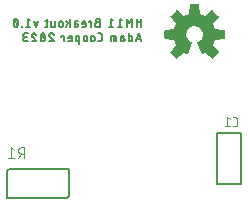
<source format=gbo>
G04 EAGLE Gerber RS-274X export*
G75*
%MOMM*%
%FSLAX34Y34*%
%LPD*%
%INBottom Silkscreen*%
%IPPOS*%
%AMOC8*
5,1,8,0,0,1.08239X$1,22.5*%
G01*
%ADD10C,0.203200*%
%ADD11C,0.127000*%
%ADD12C,0.076200*%

G36*
X186927Y163716D02*
X186927Y163716D01*
X187035Y163726D01*
X187048Y163732D01*
X187062Y163734D01*
X187159Y163782D01*
X187258Y163827D01*
X187271Y163838D01*
X187280Y163842D01*
X187295Y163857D01*
X187372Y163920D01*
X191680Y168228D01*
X191743Y168316D01*
X191809Y168402D01*
X191814Y168415D01*
X191822Y168427D01*
X191853Y168530D01*
X191889Y168633D01*
X191889Y168647D01*
X191893Y168660D01*
X191889Y168768D01*
X191890Y168877D01*
X191885Y168890D01*
X191885Y168904D01*
X191847Y169005D01*
X191812Y169108D01*
X191803Y169123D01*
X191799Y169132D01*
X191785Y169149D01*
X191731Y169232D01*
X186917Y175135D01*
X187995Y177230D01*
X188002Y177249D01*
X188043Y177344D01*
X188761Y179588D01*
X196340Y180358D01*
X196444Y180386D01*
X196550Y180411D01*
X196562Y180418D01*
X196575Y180421D01*
X196665Y180482D01*
X196758Y180539D01*
X196766Y180550D01*
X196778Y180558D01*
X196844Y180644D01*
X196913Y180728D01*
X196917Y180741D01*
X196926Y180752D01*
X196960Y180855D01*
X196999Y180956D01*
X197000Y180974D01*
X197004Y180983D01*
X197003Y181004D01*
X197013Y181103D01*
X197013Y187197D01*
X196996Y187305D01*
X196982Y187412D01*
X196976Y187424D01*
X196974Y187438D01*
X196922Y187534D01*
X196875Y187631D01*
X196865Y187641D01*
X196859Y187653D01*
X196779Y187727D01*
X196703Y187804D01*
X196691Y187810D01*
X196681Y187820D01*
X196582Y187865D01*
X196484Y187913D01*
X196467Y187917D01*
X196458Y187921D01*
X196437Y187923D01*
X196340Y187942D01*
X188761Y188712D01*
X188043Y190956D01*
X188034Y190974D01*
X187995Y191070D01*
X186917Y193165D01*
X191731Y199069D01*
X191785Y199163D01*
X191842Y199255D01*
X191845Y199268D01*
X191852Y199280D01*
X191873Y199387D01*
X191898Y199492D01*
X191896Y199506D01*
X191899Y199520D01*
X191884Y199627D01*
X191874Y199735D01*
X191868Y199748D01*
X191866Y199762D01*
X191818Y199859D01*
X191773Y199958D01*
X191762Y199971D01*
X191758Y199980D01*
X191743Y199995D01*
X191680Y200072D01*
X187372Y204380D01*
X187284Y204443D01*
X187198Y204509D01*
X187185Y204514D01*
X187173Y204522D01*
X187070Y204553D01*
X186967Y204589D01*
X186953Y204589D01*
X186940Y204593D01*
X186832Y204589D01*
X186723Y204590D01*
X186710Y204585D01*
X186696Y204585D01*
X186595Y204547D01*
X186492Y204512D01*
X186477Y204503D01*
X186468Y204499D01*
X186451Y204485D01*
X186369Y204431D01*
X180465Y199617D01*
X178370Y200695D01*
X178351Y200702D01*
X178256Y200743D01*
X176012Y201461D01*
X175242Y209040D01*
X175214Y209144D01*
X175189Y209250D01*
X175182Y209262D01*
X175179Y209275D01*
X175118Y209365D01*
X175061Y209458D01*
X175050Y209466D01*
X175042Y209478D01*
X174956Y209544D01*
X174872Y209613D01*
X174859Y209617D01*
X174848Y209626D01*
X174745Y209660D01*
X174644Y209699D01*
X174626Y209700D01*
X174617Y209704D01*
X174596Y209703D01*
X174497Y209713D01*
X168403Y209713D01*
X168295Y209696D01*
X168188Y209682D01*
X168176Y209676D01*
X168162Y209674D01*
X168066Y209622D01*
X167969Y209575D01*
X167959Y209565D01*
X167947Y209559D01*
X167873Y209479D01*
X167796Y209403D01*
X167790Y209391D01*
X167780Y209381D01*
X167735Y209282D01*
X167687Y209184D01*
X167683Y209167D01*
X167679Y209158D01*
X167677Y209137D01*
X167658Y209040D01*
X166888Y201461D01*
X164644Y200743D01*
X164626Y200734D01*
X164530Y200695D01*
X162435Y199617D01*
X156532Y204431D01*
X156437Y204485D01*
X156345Y204542D01*
X156332Y204545D01*
X156320Y204552D01*
X156213Y204573D01*
X156108Y204598D01*
X156094Y204596D01*
X156080Y204599D01*
X155973Y204584D01*
X155865Y204574D01*
X155852Y204568D01*
X155839Y204566D01*
X155741Y204518D01*
X155642Y204473D01*
X155629Y204462D01*
X155620Y204458D01*
X155605Y204443D01*
X155528Y204380D01*
X151220Y200072D01*
X151157Y199984D01*
X151091Y199898D01*
X151086Y199885D01*
X151078Y199873D01*
X151047Y199770D01*
X151011Y199667D01*
X151011Y199653D01*
X151007Y199640D01*
X151011Y199532D01*
X151010Y199423D01*
X151015Y199410D01*
X151015Y199396D01*
X151053Y199295D01*
X151088Y199192D01*
X151097Y199177D01*
X151101Y199168D01*
X151115Y199151D01*
X151169Y199069D01*
X155983Y193165D01*
X154905Y191070D01*
X154898Y191051D01*
X154857Y190956D01*
X154139Y188712D01*
X146560Y187942D01*
X146456Y187914D01*
X146350Y187889D01*
X146338Y187882D01*
X146325Y187879D01*
X146235Y187818D01*
X146142Y187761D01*
X146134Y187750D01*
X146122Y187742D01*
X146056Y187656D01*
X145988Y187572D01*
X145983Y187559D01*
X145974Y187548D01*
X145940Y187445D01*
X145901Y187344D01*
X145900Y187326D01*
X145896Y187317D01*
X145897Y187296D01*
X145887Y187197D01*
X145887Y181103D01*
X145905Y180995D01*
X145918Y180888D01*
X145924Y180876D01*
X145926Y180862D01*
X145978Y180766D01*
X146025Y180669D01*
X146035Y180659D01*
X146041Y180647D01*
X146121Y180573D01*
X146197Y180496D01*
X146209Y180490D01*
X146220Y180480D01*
X146318Y180435D01*
X146416Y180387D01*
X146433Y180383D01*
X146442Y180379D01*
X146463Y180377D01*
X146560Y180358D01*
X154139Y179588D01*
X154857Y177344D01*
X154866Y177326D01*
X154905Y177230D01*
X155983Y175135D01*
X151169Y169232D01*
X151115Y169137D01*
X151058Y169045D01*
X151055Y169032D01*
X151048Y169020D01*
X151027Y168913D01*
X151002Y168808D01*
X151004Y168794D01*
X151001Y168780D01*
X151016Y168673D01*
X151026Y168565D01*
X151032Y168552D01*
X151034Y168539D01*
X151082Y168441D01*
X151127Y168342D01*
X151138Y168329D01*
X151142Y168320D01*
X151157Y168305D01*
X151220Y168228D01*
X155528Y163920D01*
X155616Y163857D01*
X155702Y163791D01*
X155715Y163786D01*
X155727Y163778D01*
X155830Y163747D01*
X155933Y163711D01*
X155947Y163711D01*
X155960Y163707D01*
X156068Y163711D01*
X156177Y163710D01*
X156190Y163715D01*
X156204Y163715D01*
X156305Y163753D01*
X156408Y163788D01*
X156423Y163797D01*
X156432Y163801D01*
X156449Y163815D01*
X156532Y163869D01*
X162435Y168683D01*
X164529Y167604D01*
X164582Y167587D01*
X164631Y167561D01*
X164697Y167550D01*
X164761Y167529D01*
X164817Y167530D01*
X164871Y167521D01*
X164938Y167532D01*
X165005Y167533D01*
X165057Y167551D01*
X165112Y167560D01*
X165171Y167592D01*
X165235Y167614D01*
X165279Y167649D01*
X165328Y167675D01*
X165373Y167724D01*
X165426Y167766D01*
X165457Y167813D01*
X165495Y167853D01*
X165551Y167958D01*
X165559Y167971D01*
X165560Y167976D01*
X165564Y167983D01*
X169152Y176645D01*
X169177Y176750D01*
X169205Y176855D01*
X169204Y176869D01*
X169208Y176883D01*
X169197Y176990D01*
X169191Y177098D01*
X169185Y177111D01*
X169184Y177126D01*
X169139Y177224D01*
X169099Y177324D01*
X169089Y177335D01*
X169083Y177348D01*
X169010Y177427D01*
X168939Y177508D01*
X168923Y177519D01*
X168916Y177526D01*
X168897Y177537D01*
X168816Y177591D01*
X167473Y178317D01*
X166366Y179252D01*
X165473Y180394D01*
X164831Y181695D01*
X164469Y183098D01*
X164402Y184546D01*
X164631Y185977D01*
X165148Y187332D01*
X165931Y188552D01*
X166946Y189586D01*
X168152Y190392D01*
X169496Y190934D01*
X170923Y191190D01*
X172372Y191149D01*
X173782Y190813D01*
X175094Y190197D01*
X176252Y189325D01*
X177208Y188235D01*
X177921Y186973D01*
X178361Y185592D01*
X178510Y184148D01*
X178375Y182773D01*
X177973Y181448D01*
X177320Y180228D01*
X176442Y179158D01*
X175373Y178280D01*
X174087Y177593D01*
X174000Y177526D01*
X173911Y177462D01*
X173903Y177452D01*
X173893Y177444D01*
X173832Y177353D01*
X173768Y177264D01*
X173765Y177252D01*
X173758Y177241D01*
X173729Y177135D01*
X173697Y177031D01*
X173698Y177018D01*
X173694Y177006D01*
X173702Y176896D01*
X173705Y176787D01*
X173710Y176771D01*
X173710Y176762D01*
X173718Y176743D01*
X173748Y176645D01*
X177336Y167983D01*
X177365Y167936D01*
X177386Y167884D01*
X177429Y167833D01*
X177465Y167776D01*
X177508Y167741D01*
X177544Y167698D01*
X177601Y167664D01*
X177653Y167621D01*
X177705Y167602D01*
X177753Y167573D01*
X177819Y167559D01*
X177882Y167535D01*
X177937Y167533D01*
X177992Y167522D01*
X178058Y167529D01*
X178125Y167527D01*
X178179Y167543D01*
X178234Y167550D01*
X178345Y167594D01*
X178359Y167598D01*
X178363Y167601D01*
X178371Y167604D01*
X180465Y168683D01*
X186369Y163869D01*
X186463Y163815D01*
X186555Y163758D01*
X186568Y163755D01*
X186580Y163748D01*
X186687Y163727D01*
X186792Y163702D01*
X186806Y163704D01*
X186820Y163701D01*
X186927Y163716D01*
G37*
D10*
X12700Y68580D02*
X12700Y45720D01*
X63500Y45720D01*
X64770Y46990D01*
X64770Y69850D01*
X13970Y69850D01*
X12700Y68580D01*
D11*
X126365Y190627D02*
X126365Y197485D01*
X126365Y194437D02*
X122555Y194437D01*
X122555Y197485D02*
X122555Y190627D01*
X118455Y190627D02*
X118455Y197485D01*
X116169Y193675D01*
X113883Y197485D01*
X113883Y190627D01*
X110028Y195961D02*
X108123Y197485D01*
X108123Y190627D01*
X110028Y190627D02*
X106218Y190627D01*
X102713Y195961D02*
X100808Y197485D01*
X100808Y190627D01*
X102713Y190627D02*
X98903Y190627D01*
X91092Y194437D02*
X89187Y194437D01*
X89102Y194435D01*
X89016Y194429D01*
X88931Y194420D01*
X88847Y194406D01*
X88763Y194389D01*
X88680Y194368D01*
X88598Y194344D01*
X88518Y194316D01*
X88438Y194284D01*
X88360Y194248D01*
X88284Y194210D01*
X88210Y194167D01*
X88138Y194122D01*
X88067Y194073D01*
X87999Y194021D01*
X87934Y193967D01*
X87871Y193909D01*
X87810Y193848D01*
X87752Y193785D01*
X87698Y193720D01*
X87646Y193652D01*
X87597Y193581D01*
X87552Y193509D01*
X87509Y193435D01*
X87471Y193359D01*
X87435Y193281D01*
X87403Y193201D01*
X87375Y193121D01*
X87351Y193039D01*
X87330Y192956D01*
X87313Y192872D01*
X87299Y192788D01*
X87290Y192703D01*
X87284Y192617D01*
X87282Y192532D01*
X87284Y192447D01*
X87290Y192361D01*
X87299Y192276D01*
X87313Y192192D01*
X87330Y192108D01*
X87351Y192025D01*
X87375Y191943D01*
X87403Y191863D01*
X87435Y191783D01*
X87471Y191705D01*
X87509Y191629D01*
X87552Y191555D01*
X87597Y191483D01*
X87646Y191412D01*
X87698Y191344D01*
X87752Y191279D01*
X87810Y191216D01*
X87871Y191155D01*
X87934Y191097D01*
X87999Y191043D01*
X88067Y190991D01*
X88138Y190942D01*
X88210Y190897D01*
X88284Y190854D01*
X88360Y190816D01*
X88438Y190780D01*
X88518Y190748D01*
X88598Y190720D01*
X88680Y190696D01*
X88763Y190675D01*
X88847Y190658D01*
X88931Y190644D01*
X89016Y190635D01*
X89102Y190629D01*
X89187Y190627D01*
X91092Y190627D01*
X91092Y197485D01*
X89187Y197485D01*
X89110Y197483D01*
X89033Y197477D01*
X88956Y197467D01*
X88880Y197454D01*
X88805Y197436D01*
X88731Y197415D01*
X88658Y197390D01*
X88586Y197361D01*
X88516Y197329D01*
X88447Y197294D01*
X88381Y197254D01*
X88316Y197212D01*
X88254Y197166D01*
X88194Y197117D01*
X88137Y197066D01*
X88082Y197011D01*
X88031Y196954D01*
X87982Y196894D01*
X87936Y196832D01*
X87894Y196767D01*
X87854Y196701D01*
X87819Y196632D01*
X87787Y196562D01*
X87758Y196490D01*
X87733Y196417D01*
X87712Y196343D01*
X87694Y196268D01*
X87681Y196192D01*
X87671Y196115D01*
X87665Y196038D01*
X87663Y195961D01*
X87665Y195884D01*
X87671Y195807D01*
X87681Y195730D01*
X87694Y195654D01*
X87712Y195579D01*
X87733Y195505D01*
X87758Y195432D01*
X87787Y195360D01*
X87819Y195290D01*
X87854Y195221D01*
X87894Y195155D01*
X87936Y195090D01*
X87982Y195028D01*
X88031Y194968D01*
X88082Y194911D01*
X88137Y194856D01*
X88194Y194805D01*
X88254Y194756D01*
X88316Y194710D01*
X88381Y194668D01*
X88447Y194628D01*
X88516Y194593D01*
X88586Y194561D01*
X88658Y194532D01*
X88731Y194507D01*
X88805Y194486D01*
X88880Y194468D01*
X88956Y194455D01*
X89033Y194445D01*
X89110Y194439D01*
X89187Y194437D01*
X83981Y195199D02*
X83981Y190627D01*
X83981Y195199D02*
X81695Y195199D01*
X81695Y194437D01*
X78024Y190627D02*
X76119Y190627D01*
X78024Y190627D02*
X78090Y190629D01*
X78157Y190635D01*
X78222Y190644D01*
X78288Y190658D01*
X78352Y190675D01*
X78415Y190696D01*
X78477Y190720D01*
X78537Y190749D01*
X78596Y190780D01*
X78652Y190815D01*
X78707Y190853D01*
X78759Y190894D01*
X78808Y190939D01*
X78855Y190986D01*
X78900Y191035D01*
X78941Y191087D01*
X78979Y191142D01*
X79014Y191199D01*
X79045Y191257D01*
X79074Y191317D01*
X79098Y191379D01*
X79119Y191442D01*
X79136Y191506D01*
X79150Y191572D01*
X79159Y191637D01*
X79165Y191704D01*
X79167Y191770D01*
X79167Y193675D01*
X79165Y193752D01*
X79159Y193829D01*
X79149Y193906D01*
X79136Y193982D01*
X79118Y194057D01*
X79097Y194131D01*
X79072Y194204D01*
X79043Y194276D01*
X79011Y194346D01*
X78976Y194415D01*
X78936Y194481D01*
X78894Y194546D01*
X78848Y194608D01*
X78799Y194668D01*
X78748Y194725D01*
X78693Y194780D01*
X78636Y194831D01*
X78576Y194880D01*
X78514Y194926D01*
X78449Y194968D01*
X78383Y195008D01*
X78314Y195043D01*
X78244Y195075D01*
X78172Y195104D01*
X78099Y195129D01*
X78025Y195150D01*
X77950Y195168D01*
X77874Y195181D01*
X77797Y195191D01*
X77720Y195197D01*
X77643Y195199D01*
X77566Y195197D01*
X77489Y195191D01*
X77412Y195181D01*
X77336Y195168D01*
X77261Y195150D01*
X77187Y195129D01*
X77114Y195104D01*
X77042Y195075D01*
X76972Y195043D01*
X76903Y195008D01*
X76837Y194968D01*
X76772Y194926D01*
X76710Y194880D01*
X76650Y194831D01*
X76593Y194780D01*
X76538Y194725D01*
X76487Y194668D01*
X76438Y194608D01*
X76392Y194546D01*
X76350Y194481D01*
X76310Y194415D01*
X76275Y194346D01*
X76243Y194276D01*
X76214Y194204D01*
X76189Y194131D01*
X76168Y194057D01*
X76150Y193982D01*
X76137Y193906D01*
X76127Y193829D01*
X76121Y193752D01*
X76119Y193675D01*
X76119Y192913D01*
X79167Y192913D01*
X71549Y193294D02*
X69835Y193294D01*
X71549Y193295D02*
X71621Y193293D01*
X71693Y193287D01*
X71765Y193277D01*
X71836Y193264D01*
X71906Y193246D01*
X71975Y193225D01*
X72043Y193200D01*
X72109Y193172D01*
X72174Y193140D01*
X72237Y193104D01*
X72298Y193065D01*
X72356Y193023D01*
X72413Y192978D01*
X72466Y192929D01*
X72517Y192878D01*
X72566Y192825D01*
X72611Y192768D01*
X72653Y192710D01*
X72692Y192649D01*
X72728Y192586D01*
X72760Y192521D01*
X72788Y192455D01*
X72813Y192387D01*
X72834Y192318D01*
X72852Y192248D01*
X72865Y192177D01*
X72875Y192105D01*
X72881Y192033D01*
X72883Y191961D01*
X72881Y191889D01*
X72875Y191817D01*
X72865Y191745D01*
X72852Y191674D01*
X72834Y191604D01*
X72813Y191535D01*
X72788Y191467D01*
X72760Y191401D01*
X72728Y191336D01*
X72692Y191273D01*
X72653Y191212D01*
X72611Y191154D01*
X72566Y191097D01*
X72517Y191044D01*
X72466Y190993D01*
X72413Y190944D01*
X72356Y190899D01*
X72298Y190857D01*
X72237Y190818D01*
X72174Y190782D01*
X72109Y190750D01*
X72043Y190722D01*
X71975Y190697D01*
X71906Y190676D01*
X71836Y190658D01*
X71765Y190645D01*
X71693Y190635D01*
X71621Y190629D01*
X71549Y190627D01*
X69835Y190627D01*
X69835Y194056D01*
X69837Y194122D01*
X69843Y194189D01*
X69852Y194254D01*
X69866Y194320D01*
X69883Y194384D01*
X69904Y194447D01*
X69928Y194509D01*
X69957Y194569D01*
X69988Y194628D01*
X70023Y194684D01*
X70061Y194739D01*
X70102Y194791D01*
X70147Y194840D01*
X70194Y194887D01*
X70243Y194932D01*
X70295Y194973D01*
X70350Y195011D01*
X70407Y195046D01*
X70465Y195077D01*
X70525Y195106D01*
X70587Y195130D01*
X70650Y195151D01*
X70714Y195168D01*
X70780Y195182D01*
X70845Y195191D01*
X70912Y195197D01*
X70978Y195199D01*
X72502Y195199D01*
X65872Y197485D02*
X65872Y190627D01*
X65872Y192913D02*
X62824Y195199D01*
X64538Y193866D02*
X62824Y190627D01*
X59904Y192151D02*
X59904Y193675D01*
X59902Y193752D01*
X59896Y193829D01*
X59886Y193906D01*
X59873Y193982D01*
X59855Y194057D01*
X59834Y194131D01*
X59809Y194204D01*
X59780Y194276D01*
X59748Y194346D01*
X59713Y194415D01*
X59673Y194481D01*
X59631Y194546D01*
X59585Y194608D01*
X59536Y194668D01*
X59485Y194725D01*
X59430Y194780D01*
X59373Y194831D01*
X59313Y194880D01*
X59251Y194926D01*
X59186Y194968D01*
X59120Y195008D01*
X59051Y195043D01*
X58981Y195075D01*
X58909Y195104D01*
X58836Y195129D01*
X58762Y195150D01*
X58687Y195168D01*
X58611Y195181D01*
X58534Y195191D01*
X58457Y195197D01*
X58380Y195199D01*
X58303Y195197D01*
X58226Y195191D01*
X58149Y195181D01*
X58073Y195168D01*
X57998Y195150D01*
X57924Y195129D01*
X57851Y195104D01*
X57779Y195075D01*
X57709Y195043D01*
X57640Y195008D01*
X57574Y194968D01*
X57509Y194926D01*
X57447Y194880D01*
X57387Y194831D01*
X57330Y194780D01*
X57275Y194725D01*
X57224Y194668D01*
X57175Y194608D01*
X57129Y194546D01*
X57087Y194481D01*
X57047Y194415D01*
X57012Y194346D01*
X56980Y194276D01*
X56951Y194204D01*
X56926Y194131D01*
X56905Y194057D01*
X56887Y193982D01*
X56874Y193906D01*
X56864Y193829D01*
X56858Y193752D01*
X56856Y193675D01*
X56856Y192151D01*
X56858Y192074D01*
X56864Y191997D01*
X56874Y191920D01*
X56887Y191844D01*
X56905Y191769D01*
X56926Y191695D01*
X56951Y191622D01*
X56980Y191550D01*
X57012Y191480D01*
X57047Y191411D01*
X57087Y191345D01*
X57129Y191280D01*
X57175Y191218D01*
X57224Y191158D01*
X57275Y191101D01*
X57330Y191046D01*
X57387Y190995D01*
X57447Y190946D01*
X57509Y190900D01*
X57574Y190858D01*
X57640Y190818D01*
X57709Y190783D01*
X57779Y190751D01*
X57851Y190722D01*
X57924Y190697D01*
X57998Y190676D01*
X58073Y190658D01*
X58149Y190645D01*
X58226Y190635D01*
X58303Y190629D01*
X58380Y190627D01*
X58457Y190629D01*
X58534Y190635D01*
X58611Y190645D01*
X58687Y190658D01*
X58762Y190676D01*
X58836Y190697D01*
X58909Y190722D01*
X58981Y190751D01*
X59051Y190783D01*
X59120Y190818D01*
X59186Y190858D01*
X59251Y190900D01*
X59313Y190946D01*
X59373Y190995D01*
X59430Y191046D01*
X59485Y191101D01*
X59536Y191158D01*
X59585Y191218D01*
X59631Y191280D01*
X59673Y191345D01*
X59713Y191411D01*
X59748Y191480D01*
X59780Y191550D01*
X59809Y191622D01*
X59834Y191695D01*
X59855Y191769D01*
X59873Y191844D01*
X59886Y191920D01*
X59896Y191997D01*
X59902Y192074D01*
X59904Y192151D01*
X53320Y191770D02*
X53320Y195199D01*
X53320Y191770D02*
X53318Y191704D01*
X53312Y191637D01*
X53303Y191572D01*
X53289Y191506D01*
X53272Y191442D01*
X53251Y191379D01*
X53227Y191317D01*
X53198Y191257D01*
X53167Y191199D01*
X53132Y191142D01*
X53094Y191087D01*
X53053Y191035D01*
X53008Y190986D01*
X52961Y190939D01*
X52912Y190894D01*
X52860Y190853D01*
X52805Y190815D01*
X52749Y190780D01*
X52690Y190749D01*
X52630Y190720D01*
X52568Y190696D01*
X52505Y190675D01*
X52441Y190658D01*
X52375Y190644D01*
X52310Y190635D01*
X52243Y190629D01*
X52177Y190627D01*
X50272Y190627D01*
X50272Y195199D01*
X47418Y195199D02*
X45132Y195199D01*
X46656Y197485D02*
X46656Y191770D01*
X46654Y191704D01*
X46648Y191637D01*
X46639Y191572D01*
X46625Y191506D01*
X46608Y191442D01*
X46587Y191379D01*
X46563Y191317D01*
X46534Y191257D01*
X46503Y191199D01*
X46468Y191142D01*
X46430Y191087D01*
X46389Y191035D01*
X46344Y190986D01*
X46297Y190939D01*
X46248Y190894D01*
X46196Y190853D01*
X46141Y190815D01*
X46085Y190780D01*
X46026Y190749D01*
X45966Y190720D01*
X45904Y190696D01*
X45841Y190675D01*
X45777Y190658D01*
X45711Y190644D01*
X45646Y190635D01*
X45579Y190629D01*
X45513Y190627D01*
X45132Y190627D01*
X38446Y195199D02*
X36922Y190627D01*
X35398Y195199D01*
X32243Y195961D02*
X30338Y197485D01*
X30338Y190627D01*
X32243Y190627D02*
X28433Y190627D01*
X25408Y190627D02*
X25408Y191008D01*
X25027Y191008D01*
X25027Y190627D01*
X25408Y190627D01*
X22002Y194056D02*
X22000Y194198D01*
X21995Y194341D01*
X21986Y194483D01*
X21973Y194625D01*
X21957Y194766D01*
X21938Y194907D01*
X21914Y195048D01*
X21888Y195188D01*
X21857Y195327D01*
X21823Y195465D01*
X21786Y195603D01*
X21746Y195739D01*
X21701Y195875D01*
X21654Y196009D01*
X21603Y196142D01*
X21549Y196274D01*
X21491Y196404D01*
X21430Y196533D01*
X21431Y196532D02*
X21405Y196601D01*
X21376Y196667D01*
X21344Y196733D01*
X21309Y196796D01*
X21270Y196858D01*
X21228Y196918D01*
X21183Y196975D01*
X21135Y197030D01*
X21084Y197082D01*
X21031Y197132D01*
X20975Y197178D01*
X20917Y197222D01*
X20856Y197263D01*
X20794Y197301D01*
X20730Y197335D01*
X20664Y197366D01*
X20596Y197394D01*
X20527Y197418D01*
X20457Y197438D01*
X20386Y197455D01*
X20315Y197468D01*
X20243Y197477D01*
X20170Y197483D01*
X20097Y197485D01*
X20024Y197483D01*
X19951Y197477D01*
X19879Y197468D01*
X19808Y197455D01*
X19737Y197438D01*
X19667Y197418D01*
X19598Y197394D01*
X19530Y197366D01*
X19464Y197335D01*
X19400Y197301D01*
X19338Y197263D01*
X19277Y197222D01*
X19219Y197178D01*
X19163Y197132D01*
X19110Y197082D01*
X19059Y197030D01*
X19011Y196975D01*
X18966Y196918D01*
X18924Y196858D01*
X18885Y196796D01*
X18850Y196733D01*
X18818Y196667D01*
X18789Y196601D01*
X18763Y196532D01*
X18763Y196533D02*
X18702Y196404D01*
X18644Y196274D01*
X18590Y196142D01*
X18539Y196009D01*
X18492Y195875D01*
X18447Y195739D01*
X18407Y195603D01*
X18370Y195465D01*
X18336Y195327D01*
X18305Y195188D01*
X18279Y195048D01*
X18255Y194907D01*
X18236Y194766D01*
X18220Y194625D01*
X18207Y194483D01*
X18198Y194341D01*
X18193Y194198D01*
X18191Y194056D01*
X22002Y194056D02*
X22000Y193914D01*
X21995Y193771D01*
X21986Y193629D01*
X21973Y193487D01*
X21957Y193346D01*
X21938Y193205D01*
X21914Y193064D01*
X21888Y192924D01*
X21857Y192785D01*
X21823Y192647D01*
X21786Y192509D01*
X21746Y192373D01*
X21701Y192237D01*
X21654Y192103D01*
X21603Y191970D01*
X21549Y191838D01*
X21491Y191708D01*
X21430Y191579D01*
X21431Y191580D02*
X21405Y191511D01*
X21376Y191445D01*
X21344Y191379D01*
X21309Y191316D01*
X21270Y191254D01*
X21228Y191194D01*
X21183Y191137D01*
X21135Y191082D01*
X21084Y191030D01*
X21031Y190980D01*
X20975Y190934D01*
X20917Y190890D01*
X20856Y190849D01*
X20794Y190811D01*
X20730Y190777D01*
X20664Y190746D01*
X20596Y190718D01*
X20527Y190694D01*
X20457Y190674D01*
X20386Y190657D01*
X20315Y190644D01*
X20243Y190635D01*
X20170Y190629D01*
X20097Y190627D01*
X18763Y191579D02*
X18702Y191708D01*
X18644Y191838D01*
X18590Y191970D01*
X18539Y192103D01*
X18492Y192237D01*
X18447Y192373D01*
X18407Y192509D01*
X18370Y192647D01*
X18336Y192785D01*
X18305Y192924D01*
X18279Y193064D01*
X18255Y193205D01*
X18236Y193346D01*
X18220Y193487D01*
X18207Y193629D01*
X18198Y193771D01*
X18193Y193914D01*
X18191Y194056D01*
X18763Y191580D02*
X18789Y191511D01*
X18818Y191445D01*
X18850Y191379D01*
X18885Y191316D01*
X18924Y191254D01*
X18966Y191194D01*
X19011Y191137D01*
X19059Y191082D01*
X19110Y191030D01*
X19163Y190980D01*
X19219Y190934D01*
X19277Y190890D01*
X19338Y190849D01*
X19400Y190811D01*
X19464Y190777D01*
X19530Y190746D01*
X19598Y190718D01*
X19667Y190694D01*
X19737Y190674D01*
X19808Y190657D01*
X19879Y190644D01*
X19951Y190635D01*
X20024Y190629D01*
X20097Y190627D01*
X21621Y192151D02*
X18573Y195961D01*
X124079Y185293D02*
X126365Y178435D01*
X121793Y178435D02*
X124079Y185293D01*
X122365Y180150D02*
X125794Y180150D01*
X115783Y178435D02*
X115783Y185293D01*
X115783Y178435D02*
X117688Y178435D01*
X117754Y178437D01*
X117821Y178443D01*
X117886Y178452D01*
X117952Y178466D01*
X118016Y178483D01*
X118079Y178504D01*
X118141Y178528D01*
X118201Y178557D01*
X118260Y178588D01*
X118316Y178623D01*
X118371Y178661D01*
X118423Y178702D01*
X118472Y178747D01*
X118519Y178794D01*
X118564Y178843D01*
X118605Y178895D01*
X118643Y178950D01*
X118678Y179007D01*
X118709Y179065D01*
X118738Y179125D01*
X118762Y179187D01*
X118783Y179250D01*
X118800Y179314D01*
X118814Y179380D01*
X118823Y179445D01*
X118829Y179512D01*
X118831Y179578D01*
X118831Y181864D01*
X118829Y181930D01*
X118823Y181997D01*
X118814Y182062D01*
X118800Y182128D01*
X118783Y182192D01*
X118762Y182255D01*
X118738Y182317D01*
X118709Y182377D01*
X118678Y182436D01*
X118643Y182492D01*
X118605Y182547D01*
X118564Y182599D01*
X118519Y182648D01*
X118472Y182695D01*
X118423Y182740D01*
X118371Y182781D01*
X118316Y182819D01*
X118260Y182854D01*
X118201Y182885D01*
X118141Y182914D01*
X118079Y182938D01*
X118016Y182959D01*
X117952Y182976D01*
X117886Y182990D01*
X117821Y182999D01*
X117754Y183005D01*
X117688Y183007D01*
X115783Y183007D01*
X110914Y181102D02*
X109200Y181102D01*
X110914Y181103D02*
X110986Y181101D01*
X111058Y181095D01*
X111130Y181085D01*
X111201Y181072D01*
X111271Y181054D01*
X111340Y181033D01*
X111408Y181008D01*
X111474Y180980D01*
X111539Y180948D01*
X111602Y180912D01*
X111663Y180873D01*
X111721Y180831D01*
X111778Y180786D01*
X111831Y180737D01*
X111882Y180686D01*
X111931Y180633D01*
X111976Y180576D01*
X112018Y180518D01*
X112057Y180457D01*
X112093Y180394D01*
X112125Y180329D01*
X112153Y180263D01*
X112178Y180195D01*
X112199Y180126D01*
X112217Y180056D01*
X112230Y179985D01*
X112240Y179913D01*
X112246Y179841D01*
X112248Y179769D01*
X112246Y179697D01*
X112240Y179625D01*
X112230Y179553D01*
X112217Y179482D01*
X112199Y179412D01*
X112178Y179343D01*
X112153Y179275D01*
X112125Y179209D01*
X112093Y179144D01*
X112057Y179081D01*
X112018Y179020D01*
X111976Y178962D01*
X111931Y178905D01*
X111882Y178852D01*
X111831Y178801D01*
X111778Y178752D01*
X111721Y178707D01*
X111663Y178665D01*
X111602Y178626D01*
X111539Y178590D01*
X111474Y178558D01*
X111408Y178530D01*
X111340Y178505D01*
X111271Y178484D01*
X111201Y178466D01*
X111130Y178453D01*
X111058Y178443D01*
X110986Y178437D01*
X110914Y178435D01*
X109200Y178435D01*
X109200Y181864D01*
X109202Y181930D01*
X109208Y181997D01*
X109217Y182062D01*
X109231Y182128D01*
X109248Y182192D01*
X109269Y182255D01*
X109293Y182317D01*
X109322Y182377D01*
X109353Y182436D01*
X109388Y182492D01*
X109426Y182547D01*
X109467Y182599D01*
X109512Y182648D01*
X109559Y182695D01*
X109608Y182740D01*
X109660Y182781D01*
X109715Y182819D01*
X109772Y182854D01*
X109830Y182885D01*
X109890Y182914D01*
X109952Y182938D01*
X110015Y182959D01*
X110079Y182976D01*
X110145Y182990D01*
X110210Y182999D01*
X110277Y183005D01*
X110343Y183007D01*
X111867Y183007D01*
X105151Y183007D02*
X105151Y178435D01*
X105151Y183007D02*
X101722Y183007D01*
X101656Y183005D01*
X101589Y182999D01*
X101524Y182990D01*
X101458Y182976D01*
X101394Y182959D01*
X101331Y182938D01*
X101269Y182914D01*
X101209Y182885D01*
X101151Y182854D01*
X101094Y182819D01*
X101039Y182781D01*
X100987Y182740D01*
X100938Y182695D01*
X100891Y182648D01*
X100846Y182599D01*
X100805Y182547D01*
X100767Y182492D01*
X100732Y182436D01*
X100701Y182377D01*
X100672Y182317D01*
X100648Y182255D01*
X100627Y182192D01*
X100610Y182128D01*
X100596Y182062D01*
X100587Y181997D01*
X100581Y181930D01*
X100579Y181864D01*
X100579Y178435D01*
X102865Y178435D02*
X102865Y183007D01*
X91329Y178435D02*
X89805Y178435D01*
X91329Y178435D02*
X91406Y178437D01*
X91483Y178443D01*
X91560Y178453D01*
X91636Y178466D01*
X91711Y178484D01*
X91785Y178505D01*
X91858Y178530D01*
X91930Y178559D01*
X92000Y178591D01*
X92069Y178626D01*
X92135Y178666D01*
X92200Y178708D01*
X92262Y178754D01*
X92322Y178803D01*
X92379Y178854D01*
X92434Y178909D01*
X92485Y178966D01*
X92534Y179026D01*
X92580Y179088D01*
X92622Y179153D01*
X92662Y179219D01*
X92697Y179288D01*
X92729Y179358D01*
X92758Y179430D01*
X92783Y179503D01*
X92804Y179577D01*
X92822Y179652D01*
X92835Y179728D01*
X92845Y179805D01*
X92851Y179882D01*
X92853Y179959D01*
X92853Y183769D01*
X92851Y183846D01*
X92845Y183923D01*
X92835Y184000D01*
X92822Y184076D01*
X92804Y184151D01*
X92783Y184225D01*
X92758Y184298D01*
X92729Y184370D01*
X92697Y184440D01*
X92662Y184509D01*
X92622Y184575D01*
X92580Y184640D01*
X92534Y184702D01*
X92485Y184762D01*
X92434Y184819D01*
X92379Y184874D01*
X92322Y184925D01*
X92262Y184974D01*
X92200Y185020D01*
X92135Y185062D01*
X92069Y185102D01*
X92000Y185137D01*
X91930Y185169D01*
X91858Y185198D01*
X91785Y185223D01*
X91711Y185244D01*
X91636Y185262D01*
X91560Y185275D01*
X91483Y185285D01*
X91406Y185291D01*
X91329Y185293D01*
X89805Y185293D01*
X86833Y181483D02*
X86833Y179959D01*
X86833Y181483D02*
X86831Y181560D01*
X86825Y181637D01*
X86815Y181714D01*
X86802Y181790D01*
X86784Y181865D01*
X86763Y181939D01*
X86738Y182012D01*
X86709Y182084D01*
X86677Y182154D01*
X86642Y182223D01*
X86602Y182289D01*
X86560Y182354D01*
X86514Y182416D01*
X86465Y182476D01*
X86414Y182533D01*
X86359Y182588D01*
X86302Y182639D01*
X86242Y182688D01*
X86180Y182734D01*
X86115Y182776D01*
X86049Y182816D01*
X85980Y182851D01*
X85910Y182883D01*
X85838Y182912D01*
X85765Y182937D01*
X85691Y182958D01*
X85616Y182976D01*
X85540Y182989D01*
X85463Y182999D01*
X85386Y183005D01*
X85309Y183007D01*
X85232Y183005D01*
X85155Y182999D01*
X85078Y182989D01*
X85002Y182976D01*
X84927Y182958D01*
X84853Y182937D01*
X84780Y182912D01*
X84708Y182883D01*
X84638Y182851D01*
X84569Y182816D01*
X84503Y182776D01*
X84438Y182734D01*
X84376Y182688D01*
X84316Y182639D01*
X84259Y182588D01*
X84204Y182533D01*
X84153Y182476D01*
X84104Y182416D01*
X84058Y182354D01*
X84016Y182289D01*
X83976Y182223D01*
X83941Y182154D01*
X83909Y182084D01*
X83880Y182012D01*
X83855Y181939D01*
X83834Y181865D01*
X83816Y181790D01*
X83803Y181714D01*
X83793Y181637D01*
X83787Y181560D01*
X83785Y181483D01*
X83785Y179959D01*
X83787Y179882D01*
X83793Y179805D01*
X83803Y179728D01*
X83816Y179652D01*
X83834Y179577D01*
X83855Y179503D01*
X83880Y179430D01*
X83909Y179358D01*
X83941Y179288D01*
X83976Y179219D01*
X84016Y179153D01*
X84058Y179088D01*
X84104Y179026D01*
X84153Y178966D01*
X84204Y178909D01*
X84259Y178854D01*
X84316Y178803D01*
X84376Y178754D01*
X84438Y178708D01*
X84503Y178666D01*
X84569Y178626D01*
X84638Y178591D01*
X84708Y178559D01*
X84780Y178530D01*
X84853Y178505D01*
X84927Y178484D01*
X85002Y178466D01*
X85078Y178453D01*
X85155Y178443D01*
X85232Y178437D01*
X85309Y178435D01*
X85386Y178437D01*
X85463Y178443D01*
X85540Y178453D01*
X85616Y178466D01*
X85691Y178484D01*
X85765Y178505D01*
X85838Y178530D01*
X85910Y178559D01*
X85980Y178591D01*
X86049Y178626D01*
X86115Y178666D01*
X86180Y178708D01*
X86242Y178754D01*
X86302Y178803D01*
X86359Y178854D01*
X86414Y178909D01*
X86465Y178966D01*
X86514Y179026D01*
X86560Y179088D01*
X86602Y179153D01*
X86642Y179219D01*
X86677Y179288D01*
X86709Y179358D01*
X86738Y179430D01*
X86763Y179503D01*
X86784Y179577D01*
X86802Y179652D01*
X86815Y179728D01*
X86825Y179805D01*
X86831Y179882D01*
X86833Y179959D01*
X80493Y179959D02*
X80493Y181483D01*
X80491Y181560D01*
X80485Y181637D01*
X80475Y181714D01*
X80462Y181790D01*
X80444Y181865D01*
X80423Y181939D01*
X80398Y182012D01*
X80369Y182084D01*
X80337Y182154D01*
X80302Y182223D01*
X80262Y182289D01*
X80220Y182354D01*
X80174Y182416D01*
X80125Y182476D01*
X80074Y182533D01*
X80019Y182588D01*
X79962Y182639D01*
X79902Y182688D01*
X79840Y182734D01*
X79775Y182776D01*
X79709Y182816D01*
X79640Y182851D01*
X79570Y182883D01*
X79498Y182912D01*
X79425Y182937D01*
X79351Y182958D01*
X79276Y182976D01*
X79200Y182989D01*
X79123Y182999D01*
X79046Y183005D01*
X78969Y183007D01*
X78892Y183005D01*
X78815Y182999D01*
X78738Y182989D01*
X78662Y182976D01*
X78587Y182958D01*
X78513Y182937D01*
X78440Y182912D01*
X78368Y182883D01*
X78298Y182851D01*
X78229Y182816D01*
X78163Y182776D01*
X78098Y182734D01*
X78036Y182688D01*
X77976Y182639D01*
X77919Y182588D01*
X77864Y182533D01*
X77813Y182476D01*
X77764Y182416D01*
X77718Y182354D01*
X77676Y182289D01*
X77636Y182223D01*
X77601Y182154D01*
X77569Y182084D01*
X77540Y182012D01*
X77515Y181939D01*
X77494Y181865D01*
X77476Y181790D01*
X77463Y181714D01*
X77453Y181637D01*
X77447Y181560D01*
X77445Y181483D01*
X77445Y179959D01*
X77447Y179882D01*
X77453Y179805D01*
X77463Y179728D01*
X77476Y179652D01*
X77494Y179577D01*
X77515Y179503D01*
X77540Y179430D01*
X77569Y179358D01*
X77601Y179288D01*
X77636Y179219D01*
X77676Y179153D01*
X77718Y179088D01*
X77764Y179026D01*
X77813Y178966D01*
X77864Y178909D01*
X77919Y178854D01*
X77976Y178803D01*
X78036Y178754D01*
X78098Y178708D01*
X78163Y178666D01*
X78229Y178626D01*
X78298Y178591D01*
X78368Y178559D01*
X78440Y178530D01*
X78513Y178505D01*
X78587Y178484D01*
X78662Y178466D01*
X78738Y178453D01*
X78815Y178443D01*
X78892Y178437D01*
X78969Y178435D01*
X79046Y178437D01*
X79123Y178443D01*
X79200Y178453D01*
X79276Y178466D01*
X79351Y178484D01*
X79425Y178505D01*
X79498Y178530D01*
X79570Y178559D01*
X79640Y178591D01*
X79709Y178626D01*
X79775Y178666D01*
X79840Y178708D01*
X79902Y178754D01*
X79962Y178803D01*
X80019Y178854D01*
X80074Y178909D01*
X80125Y178966D01*
X80174Y179026D01*
X80220Y179088D01*
X80262Y179153D01*
X80302Y179219D01*
X80337Y179288D01*
X80369Y179358D01*
X80398Y179430D01*
X80423Y179503D01*
X80444Y179577D01*
X80462Y179652D01*
X80475Y179728D01*
X80485Y179805D01*
X80491Y179882D01*
X80493Y179959D01*
X73853Y183007D02*
X73853Y176149D01*
X73853Y183007D02*
X71948Y183007D01*
X71882Y183005D01*
X71815Y182999D01*
X71750Y182990D01*
X71684Y182976D01*
X71620Y182959D01*
X71557Y182938D01*
X71495Y182914D01*
X71435Y182885D01*
X71377Y182854D01*
X71320Y182819D01*
X71265Y182781D01*
X71213Y182740D01*
X71164Y182695D01*
X71117Y182648D01*
X71072Y182599D01*
X71031Y182547D01*
X70993Y182492D01*
X70958Y182436D01*
X70927Y182377D01*
X70898Y182317D01*
X70874Y182255D01*
X70853Y182192D01*
X70836Y182128D01*
X70822Y182062D01*
X70813Y181997D01*
X70807Y181930D01*
X70805Y181864D01*
X70805Y179578D01*
X70807Y179512D01*
X70813Y179445D01*
X70822Y179380D01*
X70836Y179314D01*
X70853Y179250D01*
X70874Y179187D01*
X70898Y179125D01*
X70927Y179065D01*
X70958Y179007D01*
X70993Y178950D01*
X71031Y178895D01*
X71072Y178843D01*
X71117Y178794D01*
X71164Y178747D01*
X71213Y178702D01*
X71265Y178661D01*
X71320Y178623D01*
X71377Y178588D01*
X71435Y178557D01*
X71495Y178528D01*
X71557Y178504D01*
X71620Y178483D01*
X71684Y178466D01*
X71750Y178452D01*
X71815Y178443D01*
X71882Y178437D01*
X71948Y178435D01*
X73853Y178435D01*
X66426Y178435D02*
X64521Y178435D01*
X66426Y178435D02*
X66492Y178437D01*
X66559Y178443D01*
X66624Y178452D01*
X66690Y178466D01*
X66754Y178483D01*
X66817Y178504D01*
X66879Y178528D01*
X66939Y178557D01*
X66998Y178588D01*
X67054Y178623D01*
X67109Y178661D01*
X67161Y178702D01*
X67210Y178747D01*
X67257Y178794D01*
X67302Y178843D01*
X67343Y178895D01*
X67381Y178950D01*
X67416Y179007D01*
X67447Y179065D01*
X67476Y179125D01*
X67500Y179187D01*
X67521Y179250D01*
X67538Y179314D01*
X67552Y179380D01*
X67561Y179445D01*
X67567Y179512D01*
X67569Y179578D01*
X67569Y181483D01*
X67567Y181560D01*
X67561Y181637D01*
X67551Y181714D01*
X67538Y181790D01*
X67520Y181865D01*
X67499Y181939D01*
X67474Y182012D01*
X67445Y182084D01*
X67413Y182154D01*
X67378Y182223D01*
X67338Y182289D01*
X67296Y182354D01*
X67250Y182416D01*
X67201Y182476D01*
X67150Y182533D01*
X67095Y182588D01*
X67038Y182639D01*
X66978Y182688D01*
X66916Y182734D01*
X66851Y182776D01*
X66785Y182816D01*
X66716Y182851D01*
X66646Y182883D01*
X66574Y182912D01*
X66501Y182937D01*
X66427Y182958D01*
X66352Y182976D01*
X66276Y182989D01*
X66199Y182999D01*
X66122Y183005D01*
X66045Y183007D01*
X65968Y183005D01*
X65891Y182999D01*
X65814Y182989D01*
X65738Y182976D01*
X65663Y182958D01*
X65589Y182937D01*
X65516Y182912D01*
X65444Y182883D01*
X65374Y182851D01*
X65305Y182816D01*
X65239Y182776D01*
X65174Y182734D01*
X65112Y182688D01*
X65052Y182639D01*
X64995Y182588D01*
X64940Y182533D01*
X64889Y182476D01*
X64840Y182416D01*
X64794Y182354D01*
X64752Y182289D01*
X64712Y182223D01*
X64677Y182154D01*
X64645Y182084D01*
X64616Y182012D01*
X64591Y181939D01*
X64570Y181865D01*
X64552Y181790D01*
X64539Y181714D01*
X64529Y181637D01*
X64523Y181560D01*
X64521Y181483D01*
X64521Y180721D01*
X67569Y180721D01*
X60923Y178435D02*
X60923Y183007D01*
X58637Y183007D01*
X58637Y182245D01*
X50005Y185294D02*
X49923Y185292D01*
X49842Y185286D01*
X49761Y185277D01*
X49680Y185263D01*
X49601Y185246D01*
X49522Y185225D01*
X49444Y185200D01*
X49368Y185171D01*
X49293Y185139D01*
X49219Y185103D01*
X49148Y185064D01*
X49078Y185022D01*
X49010Y184976D01*
X48945Y184927D01*
X48882Y184875D01*
X48822Y184820D01*
X48764Y184762D01*
X48709Y184702D01*
X48657Y184639D01*
X48608Y184574D01*
X48562Y184506D01*
X48520Y184437D01*
X48481Y184365D01*
X48445Y184291D01*
X48413Y184216D01*
X48384Y184140D01*
X48359Y184062D01*
X48338Y183983D01*
X48321Y183904D01*
X48307Y183823D01*
X48298Y183742D01*
X48292Y183661D01*
X48290Y183579D01*
X50005Y185293D02*
X50097Y185291D01*
X50189Y185285D01*
X50281Y185276D01*
X50373Y185262D01*
X50463Y185245D01*
X50553Y185224D01*
X50642Y185199D01*
X50730Y185170D01*
X50817Y185138D01*
X50902Y185102D01*
X50985Y185063D01*
X51067Y185020D01*
X51147Y184974D01*
X51225Y184924D01*
X51301Y184872D01*
X51374Y184816D01*
X51445Y184757D01*
X51514Y184695D01*
X51580Y184630D01*
X51643Y184563D01*
X51703Y184493D01*
X51761Y184421D01*
X51815Y184346D01*
X51866Y184269D01*
X51914Y184190D01*
X51958Y184109D01*
X51999Y184026D01*
X52037Y183942D01*
X52071Y183856D01*
X52101Y183769D01*
X48862Y182245D02*
X48803Y182304D01*
X48747Y182365D01*
X48694Y182428D01*
X48643Y182494D01*
X48596Y182562D01*
X48552Y182632D01*
X48511Y182704D01*
X48473Y182778D01*
X48439Y182853D01*
X48408Y182930D01*
X48381Y183008D01*
X48357Y183088D01*
X48336Y183168D01*
X48320Y183249D01*
X48307Y183331D01*
X48297Y183413D01*
X48292Y183496D01*
X48290Y183579D01*
X48862Y182245D02*
X52101Y178435D01*
X48291Y178435D01*
X44786Y181864D02*
X44784Y182006D01*
X44779Y182149D01*
X44770Y182291D01*
X44757Y182433D01*
X44741Y182574D01*
X44722Y182715D01*
X44698Y182856D01*
X44672Y182996D01*
X44641Y183135D01*
X44607Y183273D01*
X44570Y183411D01*
X44530Y183547D01*
X44485Y183683D01*
X44438Y183817D01*
X44387Y183950D01*
X44333Y184082D01*
X44275Y184212D01*
X44214Y184341D01*
X44215Y184340D02*
X44189Y184409D01*
X44160Y184475D01*
X44128Y184541D01*
X44093Y184604D01*
X44054Y184666D01*
X44012Y184726D01*
X43967Y184783D01*
X43919Y184838D01*
X43868Y184890D01*
X43815Y184940D01*
X43759Y184986D01*
X43701Y185030D01*
X43640Y185071D01*
X43578Y185109D01*
X43514Y185143D01*
X43448Y185174D01*
X43380Y185202D01*
X43311Y185226D01*
X43241Y185246D01*
X43170Y185263D01*
X43099Y185276D01*
X43027Y185285D01*
X42954Y185291D01*
X42881Y185293D01*
X42808Y185291D01*
X42735Y185285D01*
X42663Y185276D01*
X42592Y185263D01*
X42521Y185246D01*
X42451Y185226D01*
X42382Y185202D01*
X42314Y185174D01*
X42248Y185143D01*
X42184Y185109D01*
X42122Y185071D01*
X42061Y185030D01*
X42003Y184986D01*
X41947Y184940D01*
X41894Y184890D01*
X41843Y184838D01*
X41795Y184783D01*
X41750Y184726D01*
X41708Y184666D01*
X41669Y184604D01*
X41634Y184541D01*
X41602Y184475D01*
X41573Y184409D01*
X41547Y184340D01*
X41547Y184341D02*
X41486Y184212D01*
X41428Y184082D01*
X41374Y183950D01*
X41323Y183817D01*
X41276Y183683D01*
X41231Y183547D01*
X41191Y183411D01*
X41154Y183273D01*
X41120Y183135D01*
X41089Y182996D01*
X41063Y182856D01*
X41039Y182715D01*
X41020Y182574D01*
X41004Y182433D01*
X40991Y182291D01*
X40982Y182149D01*
X40977Y182006D01*
X40975Y181864D01*
X44786Y181864D02*
X44784Y181722D01*
X44779Y181579D01*
X44770Y181437D01*
X44757Y181295D01*
X44741Y181154D01*
X44722Y181013D01*
X44698Y180872D01*
X44672Y180732D01*
X44641Y180593D01*
X44607Y180455D01*
X44570Y180317D01*
X44530Y180181D01*
X44485Y180045D01*
X44438Y179911D01*
X44387Y179778D01*
X44333Y179646D01*
X44275Y179516D01*
X44214Y179387D01*
X44215Y179388D02*
X44189Y179319D01*
X44160Y179253D01*
X44128Y179187D01*
X44093Y179124D01*
X44054Y179062D01*
X44012Y179002D01*
X43967Y178945D01*
X43919Y178890D01*
X43868Y178838D01*
X43815Y178788D01*
X43759Y178742D01*
X43701Y178698D01*
X43640Y178657D01*
X43578Y178619D01*
X43514Y178585D01*
X43448Y178554D01*
X43380Y178526D01*
X43311Y178502D01*
X43241Y178482D01*
X43170Y178465D01*
X43099Y178452D01*
X43027Y178443D01*
X42954Y178437D01*
X42881Y178435D01*
X41547Y179387D02*
X41486Y179516D01*
X41428Y179646D01*
X41374Y179778D01*
X41323Y179911D01*
X41276Y180045D01*
X41231Y180181D01*
X41191Y180317D01*
X41154Y180455D01*
X41120Y180593D01*
X41089Y180732D01*
X41063Y180872D01*
X41039Y181013D01*
X41020Y181154D01*
X41004Y181295D01*
X40991Y181437D01*
X40982Y181579D01*
X40977Y181722D01*
X40975Y181864D01*
X41547Y179388D02*
X41573Y179319D01*
X41602Y179253D01*
X41634Y179187D01*
X41669Y179124D01*
X41708Y179062D01*
X41750Y179002D01*
X41795Y178945D01*
X41843Y178890D01*
X41894Y178838D01*
X41947Y178788D01*
X42003Y178742D01*
X42061Y178698D01*
X42122Y178657D01*
X42184Y178619D01*
X42248Y178585D01*
X42314Y178554D01*
X42382Y178526D01*
X42451Y178502D01*
X42521Y178482D01*
X42592Y178465D01*
X42663Y178452D01*
X42735Y178443D01*
X42808Y178437D01*
X42881Y178435D01*
X44405Y179959D02*
X41357Y183769D01*
X35375Y185294D02*
X35293Y185292D01*
X35212Y185286D01*
X35131Y185277D01*
X35050Y185263D01*
X34971Y185246D01*
X34892Y185225D01*
X34814Y185200D01*
X34738Y185171D01*
X34663Y185139D01*
X34589Y185103D01*
X34518Y185064D01*
X34448Y185022D01*
X34380Y184976D01*
X34315Y184927D01*
X34252Y184875D01*
X34192Y184820D01*
X34134Y184762D01*
X34079Y184702D01*
X34027Y184639D01*
X33978Y184574D01*
X33932Y184506D01*
X33890Y184437D01*
X33851Y184365D01*
X33815Y184291D01*
X33783Y184216D01*
X33754Y184140D01*
X33729Y184062D01*
X33708Y183983D01*
X33691Y183904D01*
X33677Y183823D01*
X33668Y183742D01*
X33662Y183661D01*
X33660Y183579D01*
X35375Y185293D02*
X35467Y185291D01*
X35559Y185285D01*
X35651Y185276D01*
X35743Y185262D01*
X35833Y185245D01*
X35923Y185224D01*
X36012Y185199D01*
X36100Y185170D01*
X36187Y185138D01*
X36272Y185102D01*
X36355Y185063D01*
X36437Y185020D01*
X36517Y184974D01*
X36595Y184924D01*
X36671Y184872D01*
X36744Y184816D01*
X36815Y184757D01*
X36884Y184695D01*
X36950Y184630D01*
X37013Y184563D01*
X37073Y184493D01*
X37131Y184421D01*
X37185Y184346D01*
X37236Y184269D01*
X37284Y184190D01*
X37328Y184109D01*
X37369Y184026D01*
X37407Y183942D01*
X37441Y183856D01*
X37471Y183769D01*
X34232Y182245D02*
X34173Y182304D01*
X34117Y182365D01*
X34064Y182428D01*
X34013Y182494D01*
X33966Y182562D01*
X33922Y182632D01*
X33881Y182704D01*
X33843Y182778D01*
X33809Y182853D01*
X33778Y182930D01*
X33751Y183008D01*
X33727Y183088D01*
X33706Y183168D01*
X33690Y183249D01*
X33677Y183331D01*
X33667Y183413D01*
X33662Y183496D01*
X33660Y183579D01*
X34232Y182245D02*
X37470Y178435D01*
X33660Y178435D01*
X30155Y178435D02*
X28250Y178435D01*
X28165Y178437D01*
X28079Y178443D01*
X27994Y178452D01*
X27910Y178466D01*
X27826Y178483D01*
X27743Y178504D01*
X27661Y178528D01*
X27581Y178556D01*
X27501Y178588D01*
X27423Y178624D01*
X27347Y178662D01*
X27273Y178705D01*
X27201Y178750D01*
X27130Y178799D01*
X27062Y178851D01*
X26997Y178905D01*
X26934Y178963D01*
X26873Y179024D01*
X26815Y179087D01*
X26761Y179152D01*
X26709Y179220D01*
X26660Y179291D01*
X26615Y179363D01*
X26572Y179437D01*
X26534Y179513D01*
X26498Y179591D01*
X26466Y179671D01*
X26438Y179751D01*
X26414Y179833D01*
X26393Y179916D01*
X26376Y180000D01*
X26362Y180084D01*
X26353Y180169D01*
X26347Y180255D01*
X26345Y180340D01*
X26347Y180425D01*
X26353Y180511D01*
X26362Y180596D01*
X26376Y180680D01*
X26393Y180764D01*
X26414Y180847D01*
X26438Y180929D01*
X26466Y181009D01*
X26498Y181089D01*
X26534Y181167D01*
X26572Y181243D01*
X26615Y181317D01*
X26660Y181389D01*
X26709Y181460D01*
X26761Y181528D01*
X26815Y181593D01*
X26873Y181656D01*
X26934Y181717D01*
X26997Y181775D01*
X27062Y181829D01*
X27130Y181881D01*
X27201Y181930D01*
X27273Y181975D01*
X27347Y182018D01*
X27423Y182056D01*
X27501Y182092D01*
X27581Y182124D01*
X27661Y182152D01*
X27743Y182176D01*
X27826Y182197D01*
X27910Y182214D01*
X27994Y182228D01*
X28079Y182237D01*
X28165Y182243D01*
X28250Y182245D01*
X27869Y185293D02*
X30155Y185293D01*
X27869Y185293D02*
X27792Y185291D01*
X27715Y185285D01*
X27638Y185275D01*
X27562Y185262D01*
X27487Y185244D01*
X27413Y185223D01*
X27340Y185198D01*
X27268Y185169D01*
X27198Y185137D01*
X27129Y185102D01*
X27063Y185062D01*
X26998Y185020D01*
X26936Y184974D01*
X26876Y184925D01*
X26819Y184874D01*
X26764Y184819D01*
X26713Y184762D01*
X26664Y184702D01*
X26618Y184640D01*
X26576Y184575D01*
X26536Y184509D01*
X26501Y184440D01*
X26469Y184370D01*
X26440Y184298D01*
X26415Y184225D01*
X26394Y184151D01*
X26376Y184076D01*
X26363Y184000D01*
X26353Y183923D01*
X26347Y183846D01*
X26345Y183769D01*
X26347Y183692D01*
X26353Y183615D01*
X26363Y183538D01*
X26376Y183462D01*
X26394Y183387D01*
X26415Y183313D01*
X26440Y183240D01*
X26469Y183168D01*
X26501Y183098D01*
X26536Y183029D01*
X26576Y182963D01*
X26618Y182898D01*
X26664Y182836D01*
X26713Y182776D01*
X26764Y182719D01*
X26819Y182664D01*
X26876Y182613D01*
X26936Y182564D01*
X26998Y182518D01*
X27063Y182476D01*
X27129Y182436D01*
X27198Y182401D01*
X27268Y182369D01*
X27340Y182340D01*
X27413Y182315D01*
X27487Y182294D01*
X27562Y182276D01*
X27638Y182263D01*
X27715Y182253D01*
X27792Y182247D01*
X27869Y182245D01*
X29393Y182245D01*
D12*
X27389Y88519D02*
X27389Y79121D01*
X27389Y88519D02*
X24778Y88519D01*
X24677Y88517D01*
X24576Y88511D01*
X24475Y88501D01*
X24375Y88488D01*
X24275Y88470D01*
X24176Y88449D01*
X24078Y88423D01*
X23981Y88394D01*
X23885Y88362D01*
X23791Y88325D01*
X23698Y88285D01*
X23606Y88241D01*
X23517Y88194D01*
X23429Y88143D01*
X23343Y88089D01*
X23260Y88032D01*
X23178Y87972D01*
X23100Y87908D01*
X23023Y87842D01*
X22950Y87772D01*
X22879Y87700D01*
X22811Y87625D01*
X22746Y87547D01*
X22684Y87467D01*
X22625Y87385D01*
X22569Y87300D01*
X22517Y87214D01*
X22468Y87125D01*
X22422Y87034D01*
X22381Y86942D01*
X22342Y86848D01*
X22308Y86753D01*
X22277Y86657D01*
X22250Y86559D01*
X22226Y86461D01*
X22207Y86361D01*
X22191Y86261D01*
X22179Y86161D01*
X22171Y86060D01*
X22167Y85959D01*
X22167Y85857D01*
X22171Y85756D01*
X22179Y85655D01*
X22191Y85555D01*
X22207Y85455D01*
X22226Y85355D01*
X22250Y85257D01*
X22277Y85159D01*
X22308Y85063D01*
X22342Y84968D01*
X22381Y84874D01*
X22422Y84782D01*
X22468Y84691D01*
X22517Y84603D01*
X22569Y84516D01*
X22625Y84431D01*
X22684Y84349D01*
X22746Y84269D01*
X22811Y84191D01*
X22879Y84116D01*
X22950Y84044D01*
X23023Y83974D01*
X23100Y83908D01*
X23178Y83844D01*
X23260Y83784D01*
X23343Y83727D01*
X23429Y83673D01*
X23517Y83622D01*
X23606Y83575D01*
X23698Y83531D01*
X23791Y83491D01*
X23885Y83454D01*
X23981Y83422D01*
X24078Y83393D01*
X24176Y83367D01*
X24275Y83346D01*
X24375Y83328D01*
X24475Y83315D01*
X24576Y83305D01*
X24677Y83299D01*
X24778Y83297D01*
X24778Y83298D02*
X27389Y83298D01*
X24256Y83298D02*
X22168Y79121D01*
X18302Y86431D02*
X15692Y88519D01*
X15692Y79121D01*
X18302Y79121D02*
X13081Y79121D01*
D11*
X190500Y100330D02*
X190500Y57150D01*
X210820Y57150D01*
X210820Y100330D01*
X190500Y100330D01*
D12*
X204169Y106553D02*
X205805Y106553D01*
X205883Y106555D01*
X205961Y106560D01*
X206038Y106570D01*
X206115Y106583D01*
X206191Y106599D01*
X206266Y106619D01*
X206340Y106643D01*
X206413Y106670D01*
X206485Y106701D01*
X206555Y106735D01*
X206624Y106772D01*
X206690Y106813D01*
X206755Y106857D01*
X206817Y106903D01*
X206877Y106953D01*
X206935Y107005D01*
X206990Y107060D01*
X207042Y107118D01*
X207092Y107178D01*
X207138Y107240D01*
X207182Y107305D01*
X207223Y107372D01*
X207260Y107440D01*
X207294Y107510D01*
X207325Y107582D01*
X207352Y107655D01*
X207376Y107729D01*
X207396Y107804D01*
X207412Y107880D01*
X207425Y107957D01*
X207435Y108034D01*
X207440Y108112D01*
X207442Y108190D01*
X207442Y112282D01*
X207440Y112360D01*
X207435Y112438D01*
X207425Y112515D01*
X207412Y112592D01*
X207396Y112668D01*
X207376Y112743D01*
X207352Y112817D01*
X207325Y112890D01*
X207294Y112962D01*
X207260Y113032D01*
X207223Y113101D01*
X207182Y113167D01*
X207138Y113232D01*
X207092Y113294D01*
X207042Y113354D01*
X206990Y113412D01*
X206935Y113467D01*
X206877Y113519D01*
X206817Y113569D01*
X206755Y113615D01*
X206690Y113659D01*
X206624Y113700D01*
X206555Y113737D01*
X206485Y113771D01*
X206413Y113802D01*
X206340Y113829D01*
X206266Y113853D01*
X206191Y113873D01*
X206115Y113889D01*
X206038Y113902D01*
X205961Y113912D01*
X205883Y113917D01*
X205805Y113919D01*
X204169Y113919D01*
X201323Y112282D02*
X199277Y113919D01*
X199277Y106553D01*
X201323Y106553D02*
X197231Y106553D01*
M02*

</source>
